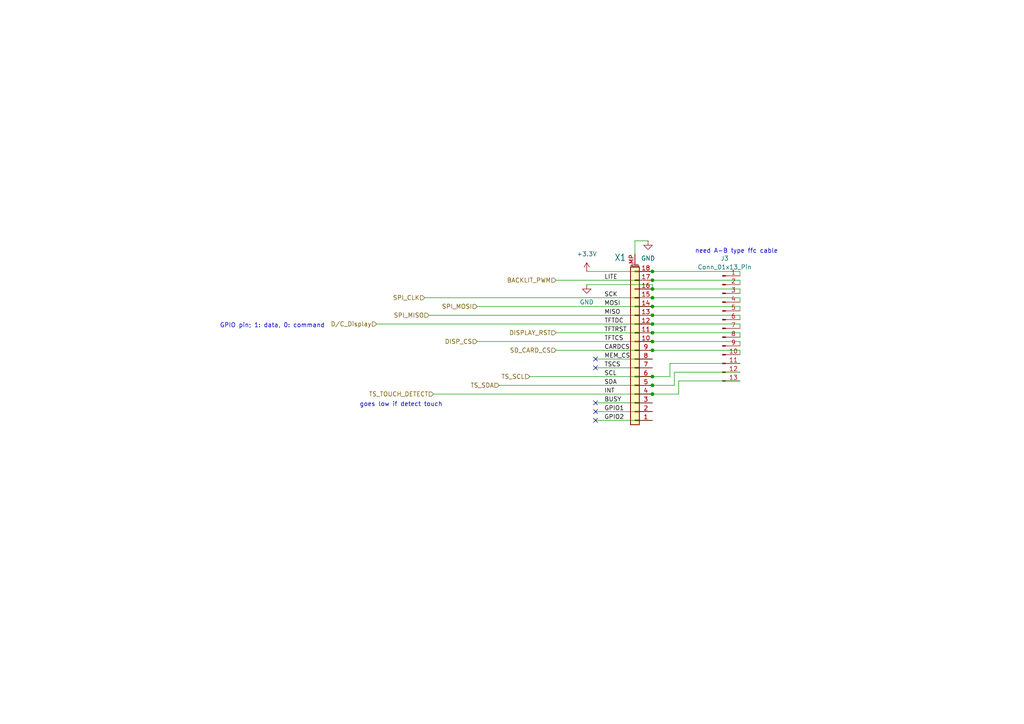
<source format=kicad_sch>
(kicad_sch (version 20231120) (generator "eeschema") (generator_version "8.0")
  (paper "A4")
  (lib_symbols
    (symbol "Connector:Conn_01x13_Pin" (pin_names (offset 1.016) hide)
      (property "Reference" "J" (at 0 17.78 0))
      (property "Value" "Conn_01x13_Pin" (at 0 -17.78 0))
      (symbol "Conn_01x13_Pin_1_1"
        (polyline (pts (xy 1.27 -15.24) (xy 0.8636 -15.24)) (stroke (width 0.1524)))
        (polyline (pts (xy 1.27 -12.7) (xy 0.8636 -12.7)) (stroke (width 0.1524)))
        (polyline (pts (xy 1.27 -10.16) (xy 0.8636 -10.16)) (stroke (width 0.1524)))
        (polyline (pts (xy 1.27 -7.62) (xy 0.8636 -7.62)) (stroke (width 0.1524)))
        (polyline (pts (xy 1.27 -5.08) (xy 0.8636 -5.08)) (stroke (width 0.1524)))
        (polyline (pts (xy 1.27 -2.54) (xy 0.8636 -2.54)) (stroke (width 0.1524)))
        (polyline (pts (xy 1.27 0) (xy 0.8636 0)) (stroke (width 0.1524)))
        (polyline (pts (xy 1.27 2.54) (xy 0.8636 2.54)) (stroke (width 0.1524)))
        (polyline (pts (xy 1.27 5.08) (xy 0.8636 5.08)) (stroke (width 0.1524)))
        (polyline (pts (xy 1.27 7.62) (xy 0.8636 7.62)) (stroke (width 0.1524)))
        (polyline (pts (xy 1.27 10.16) (xy 0.8636 10.16)) (stroke (width 0.1524)))
        (polyline (pts (xy 1.27 12.7) (xy 0.8636 12.7)) (stroke (width 0.1524)))
        (polyline (pts (xy 1.27 15.24) (xy 0.8636 15.24)) (stroke (width 0.1524)))
        (rectangle (start 0.8636 -15.113) (end 0 -15.367) (stroke (width 0.1524)) (fill (type outline)))
        (rectangle (start 0.8636 -12.573) (end 0 -12.827) (stroke (width 0.1524)) (fill (type outline)))
        (rectangle (start 0.8636 -10.033) (end 0 -10.287) (stroke (width 0.1524)) (fill (type outline)))
        (rectangle (start 0.8636 -7.493) (end 0 -7.747) (stroke (width 0.1524)) (fill (type outline)))
        (rectangle (start 0.8636 -4.953) (end 0 -5.207) (stroke (width 0.1524)) (fill (type outline)))
        (rectangle (start 0.8636 -2.413) (end 0 -2.667) (stroke (width 0.1524)) (fill (type outline)))
        (rectangle (start 0.8636 0.127) (end 0 -0.127) (stroke (width 0.1524)) (fill (type outline)))
        (rectangle (start 0.8636 2.667) (end 0 2.413) (stroke (width 0.1524)) (fill (type outline)))
        (rectangle (start 0.8636 5.207) (end 0 4.953) (stroke (width 0.1524)) (fill (type outline)))
        (rectangle (start 0.8636 7.747) (end 0 7.493) (stroke (width 0.1524)) (fill (type outline)))
        (rectangle (start 0.8636 10.287) (end 0 10.033) (stroke (width 0.1524)) (fill (type outline)))
        (rectangle (start 0.8636 12.827) (end 0 12.573) (stroke (width 0.1524)) (fill (type outline)))
        (rectangle (start 0.8636 15.367) (end 0 15.113) (stroke (width 0.1524)) (fill (type outline)))
        (pin passive line (at 5.08 15.24 180) (length 3.81) (name "Pin_1") (number "1"))
        (pin passive line (at 5.08 -7.62 180) (length 3.81) (name "Pin_10") (number "10"))
        (pin passive line (at 5.08 -10.16 180) (length 3.81) (name "Pin_11") (number "11"))
        (pin passive line (at 5.08 -12.7 180) (length 3.81) (name "Pin_12") (number "12"))
        (pin passive line (at 5.08 -15.24 180) (length 3.81) (name "Pin_13") (number "13"))
        (pin passive line (at 5.08 12.7 180) (length 3.81) (name "Pin_2") (number "2"))
        (pin passive line (at 5.08 10.16 180) (length 3.81) (name "Pin_3") (number "3"))
        (pin passive line (at 5.08 7.62 180) (length 3.81) (name "Pin_4") (number "4"))
        (pin passive line (at 5.08 5.08 180) (length 3.81) (name "Pin_5") (number "5"))
        (pin passive line (at 5.08 2.54 180) (length 3.81) (name "Pin_6") (number "6"))
        (pin passive line (at 5.08 0 180) (length 3.81) (name "Pin_7") (number "7"))
        (pin passive line (at 5.08 -2.54 180) (length 3.81) (name "Pin_8") (number "8"))
        (pin passive line (at 5.08 -5.08 180) (length 3.81) (name "Pin_9") (number "9"))
      )
    )
    (symbol "Connector_Generic_MountingPin:Conn_01x18_MountingPin" (pin_names (offset 1.016) hide)
      (property "Reference" "J" (at 0 22.86 0))
      (property "Value" "Conn_01x18_MountingPin" (at 1.27 -25.4 0))
      (symbol "Conn_01x18_MountingPin_1_1"
        (rectangle (start -1.27 -22.733) (end 0 -22.987) (stroke (width 0.1524)))
        (rectangle (start -1.27 -20.193) (end 0 -20.447) (stroke (width 0.1524)))
        (rectangle (start -1.27 -17.653) (end 0 -17.907) (stroke (width 0.1524)))
        (rectangle (start -1.27 -15.113) (end 0 -15.367) (stroke (width 0.1524)))
        (rectangle (start -1.27 -12.573) (end 0 -12.827) (stroke (width 0.1524)))
        (rectangle (start -1.27 -10.033) (end 0 -10.287) (stroke (width 0.1524)))
        (rectangle (start -1.27 -7.493) (end 0 -7.747) (stroke (width 0.1524)))
        (rectangle (start -1.27 -4.953) (end 0 -5.207) (stroke (width 0.1524)))
        (rectangle (start -1.27 -2.413) (end 0 -2.667) (stroke (width 0.1524)))
        (rectangle (start -1.27 0.127) (end 0 -0.127) (stroke (width 0.1524)))
        (rectangle (start -1.27 2.667) (end 0 2.413) (stroke (width 0.1524)))
        (rectangle (start -1.27 5.207) (end 0 4.953) (stroke (width 0.1524)))
        (rectangle (start -1.27 7.747) (end 0 7.493) (stroke (width 0.1524)))
        (rectangle (start -1.27 10.287) (end 0 10.033) (stroke (width 0.1524)))
        (rectangle (start -1.27 12.827) (end 0 12.573) (stroke (width 0.1524)))
        (rectangle (start -1.27 15.367) (end 0 15.113) (stroke (width 0.1524)))
        (rectangle (start -1.27 17.907) (end 0 17.653) (stroke (width 0.1524)))
        (rectangle (start -1.27 20.447) (end 0 20.193) (stroke (width 0.1524)))
        (rectangle (start -1.27 21.59) (end 1.27 -24.13) (stroke (width 0.254)) (fill (type background)))
        (polyline (pts (xy -1.016 -24.892) (xy 1.016 -24.892)) (stroke (width 0.1524)))
        (text "Mounting" (at 0 -24.511 0) (effects (font (size 0.381 0.381))))
        (pin passive line (at -5.08 20.32 0) (length 3.81) (name "Pin_1") (number "1"))
        (pin passive line (at -5.08 -2.54 0) (length 3.81) (name "Pin_10") (number "10"))
        (pin passive line (at -5.08 -5.08 0) (length 3.81) (name "Pin_11") (number "11"))
        (pin passive line (at -5.08 -7.62 0) (length 3.81) (name "Pin_12") (number "12"))
        (pin passive line (at -5.08 -10.16 0) (length 3.81) (name "Pin_13") (number "13"))
        (pin passive line (at -5.08 -12.7 0) (length 3.81) (name "Pin_14") (number "14"))
        (pin passive line (at -5.08 -15.24 0) (length 3.81) (name "Pin_15") (number "15"))
        (pin passive line (at -5.08 -17.78 0) (length 3.81) (name "Pin_16") (number "16"))
        (pin passive line (at -5.08 -20.32 0) (length 3.81) (name "Pin_17") (number "17"))
        (pin passive line (at -5.08 -22.86 0) (length 3.81) (name "Pin_18") (number "18"))
        (pin passive line (at -5.08 17.78 0) (length 3.81) (name "Pin_2") (number "2"))
        (pin passive line (at -5.08 15.24 0) (length 3.81) (name "Pin_3") (number "3"))
        (pin passive line (at -5.08 12.7 0) (length 3.81) (name "Pin_4") (number "4"))
        (pin passive line (at -5.08 10.16 0) (length 3.81) (name "Pin_5") (number "5"))
        (pin passive line (at -5.08 7.62 0) (length 3.81) (name "Pin_6") (number "6"))
        (pin passive line (at -5.08 5.08 0) (length 3.81) (name "Pin_7") (number "7"))
        (pin passive line (at -5.08 2.54 0) (length 3.81) (name "Pin_8") (number "8"))
        (pin passive line (at -5.08 0 0) (length 3.81) (name "Pin_9") (number "9"))
        (pin passive line (at 0 -27.94 90) (length 3.048) (name "MountPin") (number "MP"))
      )
    )
    (symbol "power:+3.3V" (power) (pin_numbers hide) (pin_names (offset 0) hide)
      (property "Value" "+3.3V" (at 0 3.556 0))
      (symbol "+3.3V_0_1"
        (polyline (pts (xy -0.762 1.27) (xy 0 2.54)))
        (polyline (pts (xy 0 0) (xy 0 2.54)))
        (polyline (pts (xy 0 2.54) (xy 0.762 1.27)))
      )
      (symbol "+3.3V_1_1"
        (pin power_in line (at 0 0 90) (length 0) (name "~") (number "1"))
      )
    )
    (symbol "power:GND" (power) (pin_numbers hide) (pin_names (offset 0) hide)
      (property "Value" "GND" (at 0 -3.81 0))
      (symbol "GND_0_1"
        (polyline (pts (xy 0 0) (xy 0 -1.27) (xy 1.27 -1.27) (xy 0 -2.54) (xy -1.27 -1.27) (xy 0 -1.27)))
      )
      (symbol "GND_1_1"
        (pin power_in line (at 0 0 270) (length 0) (name "~") (number "1"))
      )
    )
  )
  (junction (at 189.23 114.3))
  (junction (at 189.23 78.74))
  (junction (at 189.23 93.98))
  (junction (at 189.23 83.82))
  (junction (at 189.23 91.44))
  (junction (at 189.23 81.28))
  (junction (at 189.23 88.9))
  (junction (at 189.23 96.52))
  (junction (at 189.23 99.06))
  (junction (at 189.23 111.76))
  (junction (at 189.23 86.36))
  (junction (at 189.23 101.6))
  (junction (at 189.23 109.22))
  (no_connect (at 172.72 104.14))
  (no_connect (at 172.72 106.68))
  (no_connect (at 172.72 121.92))
  (no_connect (at 172.72 119.38))
  (no_connect (at 172.72 116.84))
  (wire (pts (xy 124.46 91.44) (xy 172.72 91.44)))
  (wire (pts (xy 214.63 88.9) (xy 214.63 90.17)) (stroke (width 0.1524)))
  (wire (pts (xy 214.63 96.52) (xy 214.63 97.79)) (stroke (width 0.1524)))
  (wire (pts (xy 214.63 101.6) (xy 214.63 102.87)) (stroke (width 0.1524)))
  (wire (pts (xy 144.78 111.76) (xy 189.23 111.76)) (stroke (width 0.1524)))
  (wire (pts (xy 138.43 88.9) (xy 172.72 88.9)))
  (wire (pts (xy 161.29 81.28) (xy 172.72 81.28)))
  (wire (pts (xy 196.85 114.3) (xy 189.23 114.3)))
  (wire (pts (xy 214.63 91.44) (xy 214.63 92.71)) (stroke (width 0.1524)))
  (wire (pts (xy 214.63 99.06) (xy 214.63 100.33)) (stroke (width 0.1524)))
  (wire (pts (xy 214.63 78.74) (xy 214.63 80.01)) (stroke (width 0.1524)))
  (wire (pts (xy 189.23 101.6) (xy 214.63 101.6)) (stroke (width 0.1524)))
  (wire (pts (xy 170.18 78.74) (xy 189.23 78.74)) (stroke (width 0.1524)))
  (wire (pts (xy 125.73 114.3) (xy 189.23 114.3)) (stroke (width 0.1524)))
  (wire (pts (xy 161.29 96.52) (xy 189.23 96.52)) (stroke (width 0.1524)))
  (wire (pts (xy 189.23 93.98) (xy 214.63 93.98)) (stroke (width 0.1524)))
  (wire (pts (xy 161.29 101.6) (xy 172.72 101.6)))
  (wire (pts (xy 189.23 83.82) (xy 214.63 83.82)))
  (wire (pts (xy 189.23 82.55) (xy 189.23 83.82)))
  (wire (pts (xy 153.67 109.22) (xy 172.72 109.22)))
  (wire (pts (xy 189.23 109.22) (xy 194.31 109.22)))
  (wire (pts (xy 189.23 109.22) (xy 172.72 109.22)) (stroke (width 0.1524)))
  (wire (pts (xy 189.23 119.38) (xy 172.72 119.38)) (stroke (width 0.1524)))
  (wire (pts (xy 172.72 116.84) (xy 189.23 116.84)) (stroke (width 0.1524)))
  (wire (pts (xy 214.63 110.49) (xy 196.85 110.49)))
  (wire (pts (xy 138.43 99.06) (xy 189.23 99.06)) (stroke (width 0.1524)))
  (wire (pts (xy 214.63 81.28) (xy 214.63 82.55)) (stroke (width 0.1524)))
  (wire (pts (xy 184.15 69.85) (xy 187.96 69.85)))
  (wire (pts (xy 214.63 107.95) (xy 195.58 107.95)))
  (wire (pts (xy 189.23 88.9) (xy 172.72 88.9)) (stroke (width 0.1524)))
  (wire (pts (xy 123.19 86.36) (xy 189.23 86.36)) (stroke (width 0.1524)))
  (wire (pts (xy 189.23 96.52) (xy 214.63 96.52)) (stroke (width 0.1524)))
  (wire (pts (xy 172.72 91.44) (xy 189.23 91.44)) (stroke (width 0.1524)))
  (wire (pts (xy 214.63 93.98) (xy 214.63 95.25)) (stroke (width 0.1524)))
  (wire (pts (xy 196.85 110.49) (xy 196.85 114.3)))
  (wire (pts (xy 109.22 93.98) (xy 189.23 93.98)) (stroke (width 0.1524)))
  (wire (pts (xy 214.63 86.36) (xy 214.63 87.63)) (stroke (width 0.1524)))
  (wire (pts (xy 170.18 82.55) (xy 189.23 82.55)))
  (wire (pts (xy 189.23 81.28) (xy 214.63 81.28)) (stroke (width 0.1524)))
  (wire (pts (xy 194.31 105.41) (xy 194.31 109.22)))
  (wire (pts (xy 214.63 83.82) (xy 214.63 85.09)))
  (wire (pts (xy 172.72 104.14) (xy 189.23 104.14)) (stroke (width 0.1524)))
  (wire (pts (xy 195.58 111.76) (xy 189.23 111.76)))
  (wire (pts (xy 189.23 101.6) (xy 172.72 101.6)) (stroke (width 0.1524)))
  (wire (pts (xy 189.23 81.28) (xy 172.72 81.28)) (stroke (width 0.1524)))
  (wire (pts (xy 195.58 107.95) (xy 195.58 111.76)))
  (wire (pts (xy 189.23 86.36) (xy 214.63 86.36)) (stroke (width 0.1524)))
  (wire (pts (xy 172.72 106.68) (xy 189.23 106.68)) (stroke (width 0.1524)))
  (wire (pts (xy 189.23 121.92) (xy 172.72 121.92)) (stroke (width 0.1524)))
  (wire (pts (xy 189.23 91.44) (xy 214.63 91.44)) (stroke (width 0.1524)))
  (wire (pts (xy 189.23 88.9) (xy 214.63 88.9)) (stroke (width 0.1524)))
  (wire (pts (xy 214.63 105.41) (xy 194.31 105.41)))
  (wire (pts (xy 189.23 78.74) (xy 214.63 78.74)) (stroke (width 0.1524)))
  (wire (pts (xy 184.15 73.66) (xy 184.15 69.85)))
  (wire (pts (xy 189.23 99.06) (xy 214.63 99.06)) (stroke (width 0.1524)))
  (text "need A-B type ffc cable\n" (at 213.614 72.898 0) (effects (font (size 1.27 1.27))))
  (text "GPIO pin; 1: data, 0: command" (at 78.994 94.488 0) (effects (font (size 1.27 1.27))))
  (text "goes low if detect touch" (at 116.332 117.348 0) (effects (font (size 1.27 1.27))))
  (label "SCK" (at 175.26 86.36 0) (effects (font (size 1.2446 1.2446))))
  (label "SDA" (at 175.26 111.76 0) (effects (font (size 1.2446 1.2446))))
  (label "MISO" (at 175.26 91.44 0) (effects (font (size 1.2446 1.2446))))
  (label "INT" (at 175.26 114.3 0) (effects (font (size 1.2446 1.2446))))
  (label "LITE" (at 175.26 81.28 0) (effects (font (size 1.2446 1.2446))))
  (label "GPIO2" (at 175.26 121.92 0) (effects (font (size 1.2446 1.2446))))
  (label "TSCS" (at 175.26 106.68 0) (effects (font (size 1.2446 1.2446))))
  (label "TFTCS" (at 175.26 99.06 0) (effects (font (size 1.2446 1.2446))))
  (label "GPIO1" (at 175.26 119.38 0) (effects (font (size 1.2446 1.2446))))
  (label "CARDCS" (at 175.26 101.6 0) (effects (font (size 1.2446 1.2446))))
  (label "SCL" (at 175.26 109.22 0) (effects (font (size 1.2446 1.2446))))
  (label "BUSY" (at 175.26 116.84 0) (effects (font (size 1.2446 1.2446))))
  (label "TFTDC" (at 175.26 93.98 0) (effects (font (size 1.2446 1.2446))))
  (label "MOSI" (at 175.26 88.9 0) (effects (font (size 1.2446 1.2446))))
  (label "MEM_CS" (at 175.26 104.14 0) (effects (font (size 1.2446 1.2446))))
  (label "TFTRST" (at 175.26 96.52 0) (effects (font (size 1.2446 1.2446))))
  (hierarchical_label "TS_SDA" (shape input) (at 144.78 111.76 180))
  (hierarchical_label "DISP_CS" (shape input) (at 138.43 99.06 180))
  (hierarchical_label "D{slash}C_Display" (shape input) (at 109.22 93.98 180))
  (hierarchical_label "DISPLAY_RST" (shape input) (at 161.29 96.52 180))
  (hierarchical_label "TS_TOUCH_DETECT" (shape input) (at 125.73 114.3 180))
  (hierarchical_label "SPI_MISO" (shape input) (at 124.46 91.44 180))
  (hierarchical_label "BACKLIT_PWM" (shape input) (at 161.29 81.28 180))
  (hierarchical_label "SPI_MOSI" (shape input) (at 138.43 88.9 180))
  (hierarchical_label "SPI_CLK" (shape input) (at 123.19 86.36 180))
  (hierarchical_label "TS_SCL" (shape input) (at 153.67 109.22 180))
  (hierarchical_label "SD_CARD_CS" (shape input) (at 161.29 101.6 180))
  (symbol (lib_id "power:GND") (at 170.18 82.55 0) (unit 1)
    (property "Reference" "#PWR02" (effects (hide yes)))
    (property "Value" "GND" (at 170.18 87.63 0))
    (property "Description" "Power symbol creates a global label with name \"GND\" , ground" (effects (hide yes)))
  )
  (symbol (lib_id "Connector:Conn_01x13_Pin") (at 209.55 95.25 0) (unit 1)
    (property "Reference" "J3" (at 210.185 74.93 0))
    (property "Value" "Conn_01x13_Pin" (at 210.185 77.47 0))
    (property "Footprint" "Connector_PinHeader_2.54mm:PinHeader_1x13_P2.54mm_Vertical" (effects (hide yes)))
    (property "Description" "Generic connector, single row, 01x13, script generated" (effects (hide yes)))
  )
  (symbol (lib_id "power:+3.3V") (at 170.18 78.74 0) (unit 1)
    (property "Reference" "#PWR01" (effects (hide yes)))
    (property "Value" "+3.3V" (at 170.18 73.66 0))
    (property "Description" "Power symbol creates a global label with name \"+3.3V\"" (effects (hide yes)))
  )
  (symbol (lib_id "power:GND") (at 187.96 69.85 0) (unit 1)
    (property "Reference" "#PWR047" (effects (hide yes)))
    (property "Value" "GND" (at 187.96 74.93 0))
    (property "Description" "Power symbol creates a global label with name \"GND\" , ground" (effects (hide yes)))
  )
  (symbol (lib_id "Connector_Generic_MountingPin:Conn_01x18_MountingPin") (at 184.15 101.6 180) (unit 1)
    (property "Reference" "X1" (at 181.61 73.66 0) (effects (font (size 1.9304 1.6408)) (justify left bottom)))
    (property "Value" "EYE_SPI_DISPLAY_FLIP" (effects (hide yes)))
    (property "Footprint" "Connector_FFC-FPC:Hirose_FH12-18S-0.5SH_1x18-1MP_P0.50mm_Horizontal" (effects (hide yes)))
    (property "Description" "Generic connectable mounting pin connector, single row, 01x18, script generated (kicad-library-utils/schlib/autogen/connector/)" (effects (hide yes)))
  )
)
</source>
